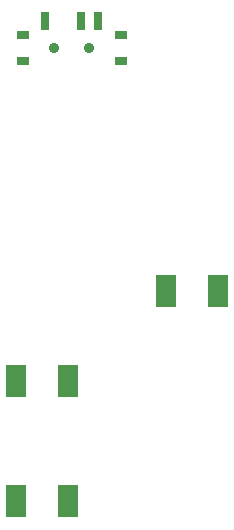
<source format=gtp>
G04 MADE WITH FRITZING*
G04 WWW.FRITZING.ORG*
G04 DOUBLE SIDED*
G04 HOLES PLATED*
G04 CONTOUR ON CENTER OF CONTOUR VECTOR*
%ASAXBY*%
%FSLAX23Y23*%
%MOIN*%
%OFA0B0*%
%SFA1.0B1.0*%
%ADD10C,0.035433*%
%ADD11R,0.039370X0.031496*%
%ADD12R,0.027559X0.059055*%
%ADD13R,0.070866X0.106299*%
%ADD14R,0.001000X0.001000*%
%LNPASTEMASK1*%
G90*
G70*
G54D10*
X308Y1945D03*
X426Y1945D03*
X308Y1945D03*
X426Y1945D03*
G54D11*
X204Y1988D03*
X204Y1901D03*
X530Y1901D03*
X530Y1988D03*
G54D12*
X278Y2033D03*
X397Y2033D03*
X456Y2033D03*
G54D13*
X682Y1133D03*
X856Y1133D03*
X182Y833D03*
X356Y833D03*
X182Y433D03*
X356Y433D03*
G54D14*
D02*
G04 End of PasteMask1*
M02*
</source>
